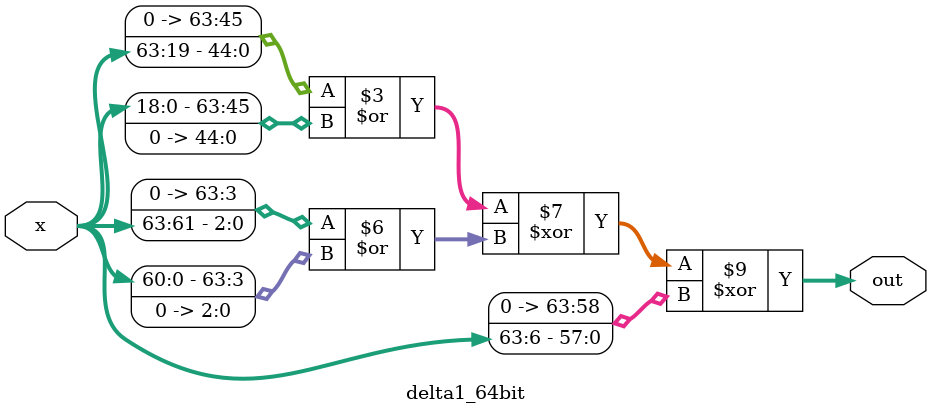
<source format=v>
module delta1_64bit (
    input  wire [63:0] x,     // Input 64-bit word
    output wire [63:0] out // Output of Σ₁
);

    // Compute Σ₁ directly
    assign out = ((x >> 19) | (x << 45)) ^  // (x rightrotate 19)
                    ((x >> 61) | (x << 3))  ^  // (x rightrotate 61)
                    (x >> 6);                 // (x rightshift 6)   

endmodule
</source>
